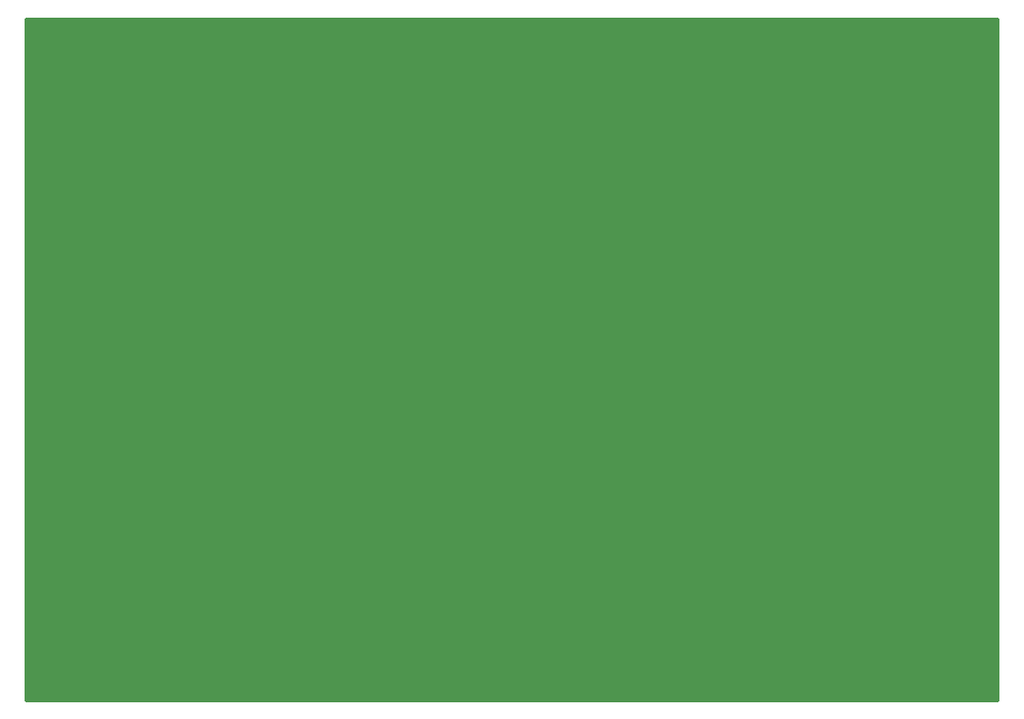
<source format=gbr>
G04 #@! TF.FileFunction,Profile,NP*
%FSLAX46Y46*%
G04 Gerber Fmt 4.6, Leading zero omitted, Abs format (unit mm)*
G04 Created by KiCad (PCBNEW 4.0.7-e1-6374~58~ubuntu14.04.1) date Fri Aug 18 19:44:06 2017*
%MOMM*%
%LPD*%
G01*
G04 APERTURE LIST*
%ADD10C,0.100000*%
%ADD11C,0.254000*%
G04 APERTURE END LIST*
D10*
D11*
G36*
X147873000Y-72873000D02*
X64127000Y-72873000D01*
X64127000Y-14127000D01*
X147873000Y-14127000D01*
X147873000Y-72873000D01*
X147873000Y-72873000D01*
G37*
X147873000Y-72873000D02*
X64127000Y-72873000D01*
X64127000Y-14127000D01*
X147873000Y-14127000D01*
X147873000Y-72873000D01*
M02*

</source>
